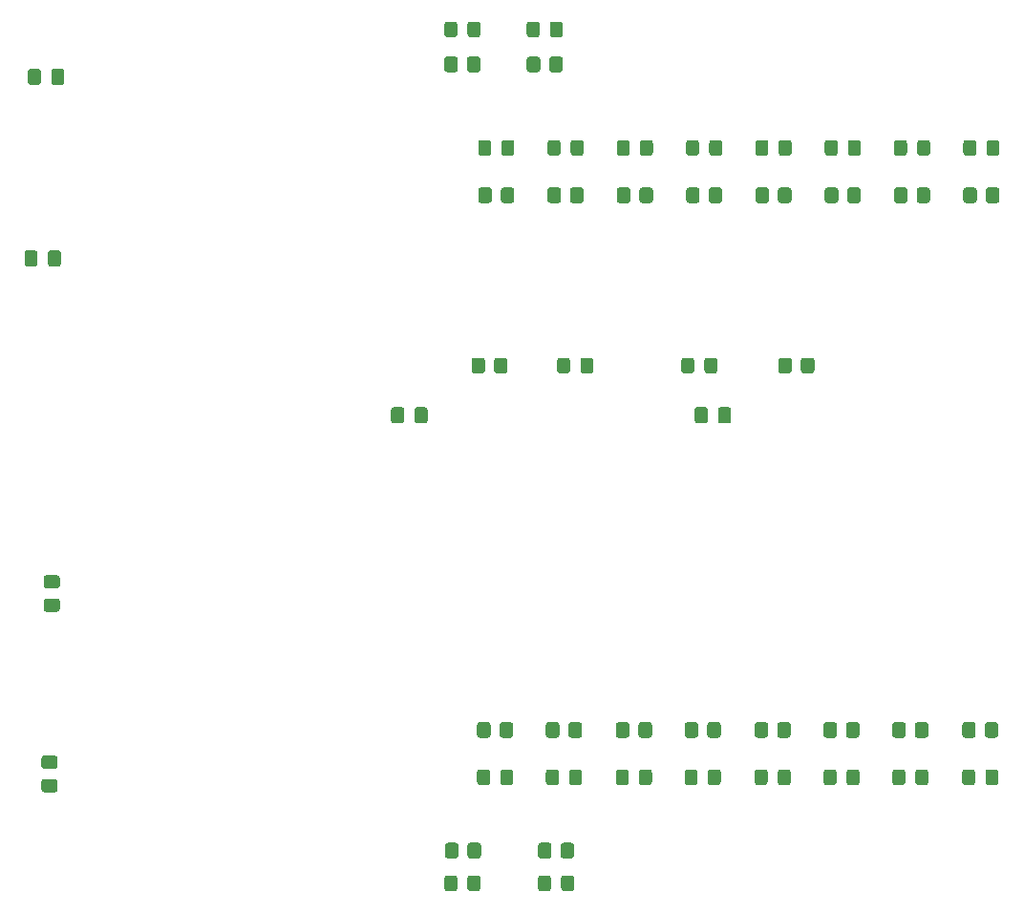
<source format=gtp>
G04 #@! TF.GenerationSoftware,KiCad,Pcbnew,(5.1.9)-1*
G04 #@! TF.CreationDate,2022-07-23T11:33:05-04:00*
G04 #@! TF.ProjectId,xy-register,78792d72-6567-4697-9374-65722e6b6963,2.0*
G04 #@! TF.SameCoordinates,Original*
G04 #@! TF.FileFunction,Paste,Top*
G04 #@! TF.FilePolarity,Positive*
%FSLAX46Y46*%
G04 Gerber Fmt 4.6, Leading zero omitted, Abs format (unit mm)*
G04 Created by KiCad (PCBNEW (5.1.9)-1) date 2022-07-23 11:33:05*
%MOMM*%
%LPD*%
G01*
G04 APERTURE LIST*
G04 APERTURE END LIST*
G36*
G01*
X145100000Y-125850001D02*
X145100000Y-124949999D01*
G75*
G02*
X145349999Y-124700000I249999J0D01*
G01*
X146050001Y-124700000D01*
G75*
G02*
X146300000Y-124949999I0J-249999D01*
G01*
X146300000Y-125850001D01*
G75*
G02*
X146050001Y-126100000I-249999J0D01*
G01*
X145349999Y-126100000D01*
G75*
G02*
X145100000Y-125850001I0J249999D01*
G01*
G37*
G36*
G01*
X143100000Y-125850001D02*
X143100000Y-124949999D01*
G75*
G02*
X143349999Y-124700000I249999J0D01*
G01*
X144050001Y-124700000D01*
G75*
G02*
X144300000Y-124949999I0J-249999D01*
G01*
X144300000Y-125850001D01*
G75*
G02*
X144050001Y-126100000I-249999J0D01*
G01*
X143349999Y-126100000D01*
G75*
G02*
X143100000Y-125850001I0J249999D01*
G01*
G37*
G36*
G01*
X136850000Y-125850001D02*
X136850000Y-124949999D01*
G75*
G02*
X137099999Y-124700000I249999J0D01*
G01*
X137800001Y-124700000D01*
G75*
G02*
X138050000Y-124949999I0J-249999D01*
G01*
X138050000Y-125850001D01*
G75*
G02*
X137800001Y-126100000I-249999J0D01*
G01*
X137099999Y-126100000D01*
G75*
G02*
X136850000Y-125850001I0J249999D01*
G01*
G37*
G36*
G01*
X134850000Y-125850001D02*
X134850000Y-124949999D01*
G75*
G02*
X135099999Y-124700000I249999J0D01*
G01*
X135800001Y-124700000D01*
G75*
G02*
X136050000Y-124949999I0J-249999D01*
G01*
X136050000Y-125850001D01*
G75*
G02*
X135800001Y-126100000I-249999J0D01*
G01*
X135099999Y-126100000D01*
G75*
G02*
X134850000Y-125850001I0J249999D01*
G01*
G37*
G36*
G01*
X145150000Y-128750001D02*
X145150000Y-127849999D01*
G75*
G02*
X145399999Y-127600000I249999J0D01*
G01*
X146050001Y-127600000D01*
G75*
G02*
X146300000Y-127849999I0J-249999D01*
G01*
X146300000Y-128750001D01*
G75*
G02*
X146050001Y-129000000I-249999J0D01*
G01*
X145399999Y-129000000D01*
G75*
G02*
X145150000Y-128750001I0J249999D01*
G01*
G37*
G36*
G01*
X143100000Y-128750001D02*
X143100000Y-127849999D01*
G75*
G02*
X143349999Y-127600000I249999J0D01*
G01*
X144000001Y-127600000D01*
G75*
G02*
X144250000Y-127849999I0J-249999D01*
G01*
X144250000Y-128750001D01*
G75*
G02*
X144000001Y-129000000I-249999J0D01*
G01*
X143349999Y-129000000D01*
G75*
G02*
X143100000Y-128750001I0J249999D01*
G01*
G37*
G36*
G01*
X136850000Y-128750001D02*
X136850000Y-127849999D01*
G75*
G02*
X137099999Y-127600000I249999J0D01*
G01*
X137750001Y-127600000D01*
G75*
G02*
X138000000Y-127849999I0J-249999D01*
G01*
X138000000Y-128750001D01*
G75*
G02*
X137750001Y-129000000I-249999J0D01*
G01*
X137099999Y-129000000D01*
G75*
G02*
X136850000Y-128750001I0J249999D01*
G01*
G37*
G36*
G01*
X134800000Y-128750001D02*
X134800000Y-127849999D01*
G75*
G02*
X135049999Y-127600000I249999J0D01*
G01*
X135700001Y-127600000D01*
G75*
G02*
X135950000Y-127849999I0J-249999D01*
G01*
X135950000Y-128750001D01*
G75*
G02*
X135700001Y-129000000I-249999J0D01*
G01*
X135049999Y-129000000D01*
G75*
G02*
X134800000Y-128750001I0J249999D01*
G01*
G37*
G36*
G01*
X143300000Y-55249999D02*
X143300000Y-56150001D01*
G75*
G02*
X143050001Y-56400000I-249999J0D01*
G01*
X142349999Y-56400000D01*
G75*
G02*
X142100000Y-56150001I0J249999D01*
G01*
X142100000Y-55249999D01*
G75*
G02*
X142349999Y-55000000I249999J0D01*
G01*
X143050001Y-55000000D01*
G75*
G02*
X143300000Y-55249999I0J-249999D01*
G01*
G37*
G36*
G01*
X145300000Y-55249999D02*
X145300000Y-56150001D01*
G75*
G02*
X145050001Y-56400000I-249999J0D01*
G01*
X144349999Y-56400000D01*
G75*
G02*
X144100000Y-56150001I0J249999D01*
G01*
X144100000Y-55249999D01*
G75*
G02*
X144349999Y-55000000I249999J0D01*
G01*
X145050001Y-55000000D01*
G75*
G02*
X145300000Y-55249999I0J-249999D01*
G01*
G37*
G36*
G01*
X136800000Y-56150001D02*
X136800000Y-55249999D01*
G75*
G02*
X137049999Y-55000000I249999J0D01*
G01*
X137750001Y-55000000D01*
G75*
G02*
X138000000Y-55249999I0J-249999D01*
G01*
X138000000Y-56150001D01*
G75*
G02*
X137750001Y-56400000I-249999J0D01*
G01*
X137049999Y-56400000D01*
G75*
G02*
X136800000Y-56150001I0J249999D01*
G01*
G37*
G36*
G01*
X134800000Y-56150001D02*
X134800000Y-55249999D01*
G75*
G02*
X135049999Y-55000000I249999J0D01*
G01*
X135750001Y-55000000D01*
G75*
G02*
X136000000Y-55249999I0J-249999D01*
G01*
X136000000Y-56150001D01*
G75*
G02*
X135750001Y-56400000I-249999J0D01*
G01*
X135049999Y-56400000D01*
G75*
G02*
X134800000Y-56150001I0J249999D01*
G01*
G37*
G36*
G01*
X139700000Y-115150001D02*
X139700000Y-114249999D01*
G75*
G02*
X139949999Y-114000000I249999J0D01*
G01*
X140650001Y-114000000D01*
G75*
G02*
X140900000Y-114249999I0J-249999D01*
G01*
X140900000Y-115150001D01*
G75*
G02*
X140650001Y-115400000I-249999J0D01*
G01*
X139949999Y-115400000D01*
G75*
G02*
X139700000Y-115150001I0J249999D01*
G01*
G37*
G36*
G01*
X137700000Y-115150001D02*
X137700000Y-114249999D01*
G75*
G02*
X137949999Y-114000000I249999J0D01*
G01*
X138650001Y-114000000D01*
G75*
G02*
X138900000Y-114249999I0J-249999D01*
G01*
X138900000Y-115150001D01*
G75*
G02*
X138650001Y-115400000I-249999J0D01*
G01*
X137949999Y-115400000D01*
G75*
G02*
X137700000Y-115150001I0J249999D01*
G01*
G37*
G36*
G01*
X145800000Y-115150001D02*
X145800000Y-114249999D01*
G75*
G02*
X146049999Y-114000000I249999J0D01*
G01*
X146750001Y-114000000D01*
G75*
G02*
X147000000Y-114249999I0J-249999D01*
G01*
X147000000Y-115150001D01*
G75*
G02*
X146750001Y-115400000I-249999J0D01*
G01*
X146049999Y-115400000D01*
G75*
G02*
X145800000Y-115150001I0J249999D01*
G01*
G37*
G36*
G01*
X143800000Y-115150001D02*
X143800000Y-114249999D01*
G75*
G02*
X144049999Y-114000000I249999J0D01*
G01*
X144750001Y-114000000D01*
G75*
G02*
X145000000Y-114249999I0J-249999D01*
G01*
X145000000Y-115150001D01*
G75*
G02*
X144750001Y-115400000I-249999J0D01*
G01*
X144049999Y-115400000D01*
G75*
G02*
X143800000Y-115150001I0J249999D01*
G01*
G37*
G36*
G01*
X152000000Y-115150001D02*
X152000000Y-114249999D01*
G75*
G02*
X152249999Y-114000000I249999J0D01*
G01*
X152950001Y-114000000D01*
G75*
G02*
X153200000Y-114249999I0J-249999D01*
G01*
X153200000Y-115150001D01*
G75*
G02*
X152950001Y-115400000I-249999J0D01*
G01*
X152249999Y-115400000D01*
G75*
G02*
X152000000Y-115150001I0J249999D01*
G01*
G37*
G36*
G01*
X150000000Y-115150001D02*
X150000000Y-114249999D01*
G75*
G02*
X150249999Y-114000000I249999J0D01*
G01*
X150950001Y-114000000D01*
G75*
G02*
X151200000Y-114249999I0J-249999D01*
G01*
X151200000Y-115150001D01*
G75*
G02*
X150950001Y-115400000I-249999J0D01*
G01*
X150249999Y-115400000D01*
G75*
G02*
X150000000Y-115150001I0J249999D01*
G01*
G37*
G36*
G01*
X158100000Y-115150001D02*
X158100000Y-114249999D01*
G75*
G02*
X158349999Y-114000000I249999J0D01*
G01*
X159050001Y-114000000D01*
G75*
G02*
X159300000Y-114249999I0J-249999D01*
G01*
X159300000Y-115150001D01*
G75*
G02*
X159050001Y-115400000I-249999J0D01*
G01*
X158349999Y-115400000D01*
G75*
G02*
X158100000Y-115150001I0J249999D01*
G01*
G37*
G36*
G01*
X156100000Y-115150001D02*
X156100000Y-114249999D01*
G75*
G02*
X156349999Y-114000000I249999J0D01*
G01*
X157050001Y-114000000D01*
G75*
G02*
X157300000Y-114249999I0J-249999D01*
G01*
X157300000Y-115150001D01*
G75*
G02*
X157050001Y-115400000I-249999J0D01*
G01*
X156349999Y-115400000D01*
G75*
G02*
X156100000Y-115150001I0J249999D01*
G01*
G37*
G36*
G01*
X164300000Y-115150001D02*
X164300000Y-114249999D01*
G75*
G02*
X164549999Y-114000000I249999J0D01*
G01*
X165250001Y-114000000D01*
G75*
G02*
X165500000Y-114249999I0J-249999D01*
G01*
X165500000Y-115150001D01*
G75*
G02*
X165250001Y-115400000I-249999J0D01*
G01*
X164549999Y-115400000D01*
G75*
G02*
X164300000Y-115150001I0J249999D01*
G01*
G37*
G36*
G01*
X162300000Y-115150001D02*
X162300000Y-114249999D01*
G75*
G02*
X162549999Y-114000000I249999J0D01*
G01*
X163250001Y-114000000D01*
G75*
G02*
X163500000Y-114249999I0J-249999D01*
G01*
X163500000Y-115150001D01*
G75*
G02*
X163250001Y-115400000I-249999J0D01*
G01*
X162549999Y-115400000D01*
G75*
G02*
X162300000Y-115150001I0J249999D01*
G01*
G37*
G36*
G01*
X170400000Y-115150001D02*
X170400000Y-114249999D01*
G75*
G02*
X170649999Y-114000000I249999J0D01*
G01*
X171350001Y-114000000D01*
G75*
G02*
X171600000Y-114249999I0J-249999D01*
G01*
X171600000Y-115150001D01*
G75*
G02*
X171350001Y-115400000I-249999J0D01*
G01*
X170649999Y-115400000D01*
G75*
G02*
X170400000Y-115150001I0J249999D01*
G01*
G37*
G36*
G01*
X168400000Y-115150001D02*
X168400000Y-114249999D01*
G75*
G02*
X168649999Y-114000000I249999J0D01*
G01*
X169350001Y-114000000D01*
G75*
G02*
X169600000Y-114249999I0J-249999D01*
G01*
X169600000Y-115150001D01*
G75*
G02*
X169350001Y-115400000I-249999J0D01*
G01*
X168649999Y-115400000D01*
G75*
G02*
X168400000Y-115150001I0J249999D01*
G01*
G37*
G36*
G01*
X176500000Y-115150001D02*
X176500000Y-114249999D01*
G75*
G02*
X176749999Y-114000000I249999J0D01*
G01*
X177450001Y-114000000D01*
G75*
G02*
X177700000Y-114249999I0J-249999D01*
G01*
X177700000Y-115150001D01*
G75*
G02*
X177450001Y-115400000I-249999J0D01*
G01*
X176749999Y-115400000D01*
G75*
G02*
X176500000Y-115150001I0J249999D01*
G01*
G37*
G36*
G01*
X174500000Y-115150001D02*
X174500000Y-114249999D01*
G75*
G02*
X174749999Y-114000000I249999J0D01*
G01*
X175450001Y-114000000D01*
G75*
G02*
X175700000Y-114249999I0J-249999D01*
G01*
X175700000Y-115150001D01*
G75*
G02*
X175450001Y-115400000I-249999J0D01*
G01*
X174749999Y-115400000D01*
G75*
G02*
X174500000Y-115150001I0J249999D01*
G01*
G37*
G36*
G01*
X182700000Y-115150001D02*
X182700000Y-114249999D01*
G75*
G02*
X182949999Y-114000000I249999J0D01*
G01*
X183650001Y-114000000D01*
G75*
G02*
X183900000Y-114249999I0J-249999D01*
G01*
X183900000Y-115150001D01*
G75*
G02*
X183650001Y-115400000I-249999J0D01*
G01*
X182949999Y-115400000D01*
G75*
G02*
X182700000Y-115150001I0J249999D01*
G01*
G37*
G36*
G01*
X180700000Y-115150001D02*
X180700000Y-114249999D01*
G75*
G02*
X180949999Y-114000000I249999J0D01*
G01*
X181650001Y-114000000D01*
G75*
G02*
X181900000Y-114249999I0J-249999D01*
G01*
X181900000Y-115150001D01*
G75*
G02*
X181650001Y-115400000I-249999J0D01*
G01*
X180949999Y-115400000D01*
G75*
G02*
X180700000Y-115150001I0J249999D01*
G01*
G37*
G36*
G01*
X144150000Y-53050001D02*
X144150000Y-52149999D01*
G75*
G02*
X144399999Y-51900000I249999J0D01*
G01*
X145050001Y-51900000D01*
G75*
G02*
X145300000Y-52149999I0J-249999D01*
G01*
X145300000Y-53050001D01*
G75*
G02*
X145050001Y-53300000I-249999J0D01*
G01*
X144399999Y-53300000D01*
G75*
G02*
X144150000Y-53050001I0J249999D01*
G01*
G37*
G36*
G01*
X142100000Y-53050001D02*
X142100000Y-52149999D01*
G75*
G02*
X142349999Y-51900000I249999J0D01*
G01*
X143000001Y-51900000D01*
G75*
G02*
X143250000Y-52149999I0J-249999D01*
G01*
X143250000Y-53050001D01*
G75*
G02*
X143000001Y-53300000I-249999J0D01*
G01*
X142349999Y-53300000D01*
G75*
G02*
X142100000Y-53050001I0J249999D01*
G01*
G37*
G36*
G01*
X136850000Y-53050001D02*
X136850000Y-52149999D01*
G75*
G02*
X137099999Y-51900000I249999J0D01*
G01*
X137750001Y-51900000D01*
G75*
G02*
X138000000Y-52149999I0J-249999D01*
G01*
X138000000Y-53050001D01*
G75*
G02*
X137750001Y-53300000I-249999J0D01*
G01*
X137099999Y-53300000D01*
G75*
G02*
X136850000Y-53050001I0J249999D01*
G01*
G37*
G36*
G01*
X134800000Y-53050001D02*
X134800000Y-52149999D01*
G75*
G02*
X135049999Y-51900000I249999J0D01*
G01*
X135700001Y-51900000D01*
G75*
G02*
X135950000Y-52149999I0J-249999D01*
G01*
X135950000Y-53050001D01*
G75*
G02*
X135700001Y-53300000I-249999J0D01*
G01*
X135049999Y-53300000D01*
G75*
G02*
X134800000Y-53050001I0J249999D01*
G01*
G37*
G36*
G01*
X138850000Y-118449999D02*
X138850000Y-119350001D01*
G75*
G02*
X138600001Y-119600000I-249999J0D01*
G01*
X137949999Y-119600000D01*
G75*
G02*
X137700000Y-119350001I0J249999D01*
G01*
X137700000Y-118449999D01*
G75*
G02*
X137949999Y-118200000I249999J0D01*
G01*
X138600001Y-118200000D01*
G75*
G02*
X138850000Y-118449999I0J-249999D01*
G01*
G37*
G36*
G01*
X140900000Y-118449999D02*
X140900000Y-119350001D01*
G75*
G02*
X140650001Y-119600000I-249999J0D01*
G01*
X139999999Y-119600000D01*
G75*
G02*
X139750000Y-119350001I0J249999D01*
G01*
X139750000Y-118449999D01*
G75*
G02*
X139999999Y-118200000I249999J0D01*
G01*
X140650001Y-118200000D01*
G75*
G02*
X140900000Y-118449999I0J-249999D01*
G01*
G37*
G36*
G01*
X144950000Y-118449999D02*
X144950000Y-119350001D01*
G75*
G02*
X144700001Y-119600000I-249999J0D01*
G01*
X144049999Y-119600000D01*
G75*
G02*
X143800000Y-119350001I0J249999D01*
G01*
X143800000Y-118449999D01*
G75*
G02*
X144049999Y-118200000I249999J0D01*
G01*
X144700001Y-118200000D01*
G75*
G02*
X144950000Y-118449999I0J-249999D01*
G01*
G37*
G36*
G01*
X147000000Y-118449999D02*
X147000000Y-119350001D01*
G75*
G02*
X146750001Y-119600000I-249999J0D01*
G01*
X146099999Y-119600000D01*
G75*
G02*
X145850000Y-119350001I0J249999D01*
G01*
X145850000Y-118449999D01*
G75*
G02*
X146099999Y-118200000I249999J0D01*
G01*
X146750001Y-118200000D01*
G75*
G02*
X147000000Y-118449999I0J-249999D01*
G01*
G37*
G36*
G01*
X151150000Y-118449999D02*
X151150000Y-119350001D01*
G75*
G02*
X150900001Y-119600000I-249999J0D01*
G01*
X150249999Y-119600000D01*
G75*
G02*
X150000000Y-119350001I0J249999D01*
G01*
X150000000Y-118449999D01*
G75*
G02*
X150249999Y-118200000I249999J0D01*
G01*
X150900001Y-118200000D01*
G75*
G02*
X151150000Y-118449999I0J-249999D01*
G01*
G37*
G36*
G01*
X153200000Y-118449999D02*
X153200000Y-119350001D01*
G75*
G02*
X152950001Y-119600000I-249999J0D01*
G01*
X152299999Y-119600000D01*
G75*
G02*
X152050000Y-119350001I0J249999D01*
G01*
X152050000Y-118449999D01*
G75*
G02*
X152299999Y-118200000I249999J0D01*
G01*
X152950001Y-118200000D01*
G75*
G02*
X153200000Y-118449999I0J-249999D01*
G01*
G37*
G36*
G01*
X157250000Y-118449999D02*
X157250000Y-119350001D01*
G75*
G02*
X157000001Y-119600000I-249999J0D01*
G01*
X156349999Y-119600000D01*
G75*
G02*
X156100000Y-119350001I0J249999D01*
G01*
X156100000Y-118449999D01*
G75*
G02*
X156349999Y-118200000I249999J0D01*
G01*
X157000001Y-118200000D01*
G75*
G02*
X157250000Y-118449999I0J-249999D01*
G01*
G37*
G36*
G01*
X159300000Y-118449999D02*
X159300000Y-119350001D01*
G75*
G02*
X159050001Y-119600000I-249999J0D01*
G01*
X158399999Y-119600000D01*
G75*
G02*
X158150000Y-119350001I0J249999D01*
G01*
X158150000Y-118449999D01*
G75*
G02*
X158399999Y-118200000I249999J0D01*
G01*
X159050001Y-118200000D01*
G75*
G02*
X159300000Y-118449999I0J-249999D01*
G01*
G37*
G36*
G01*
X163450000Y-118449999D02*
X163450000Y-119350001D01*
G75*
G02*
X163200001Y-119600000I-249999J0D01*
G01*
X162549999Y-119600000D01*
G75*
G02*
X162300000Y-119350001I0J249999D01*
G01*
X162300000Y-118449999D01*
G75*
G02*
X162549999Y-118200000I249999J0D01*
G01*
X163200001Y-118200000D01*
G75*
G02*
X163450000Y-118449999I0J-249999D01*
G01*
G37*
G36*
G01*
X165500000Y-118449999D02*
X165500000Y-119350001D01*
G75*
G02*
X165250001Y-119600000I-249999J0D01*
G01*
X164599999Y-119600000D01*
G75*
G02*
X164350000Y-119350001I0J249999D01*
G01*
X164350000Y-118449999D01*
G75*
G02*
X164599999Y-118200000I249999J0D01*
G01*
X165250001Y-118200000D01*
G75*
G02*
X165500000Y-118449999I0J-249999D01*
G01*
G37*
G36*
G01*
X169550000Y-118449999D02*
X169550000Y-119350001D01*
G75*
G02*
X169300001Y-119600000I-249999J0D01*
G01*
X168649999Y-119600000D01*
G75*
G02*
X168400000Y-119350001I0J249999D01*
G01*
X168400000Y-118449999D01*
G75*
G02*
X168649999Y-118200000I249999J0D01*
G01*
X169300001Y-118200000D01*
G75*
G02*
X169550000Y-118449999I0J-249999D01*
G01*
G37*
G36*
G01*
X171600000Y-118449999D02*
X171600000Y-119350001D01*
G75*
G02*
X171350001Y-119600000I-249999J0D01*
G01*
X170699999Y-119600000D01*
G75*
G02*
X170450000Y-119350001I0J249999D01*
G01*
X170450000Y-118449999D01*
G75*
G02*
X170699999Y-118200000I249999J0D01*
G01*
X171350001Y-118200000D01*
G75*
G02*
X171600000Y-118449999I0J-249999D01*
G01*
G37*
G36*
G01*
X175650000Y-118449999D02*
X175650000Y-119350001D01*
G75*
G02*
X175400001Y-119600000I-249999J0D01*
G01*
X174749999Y-119600000D01*
G75*
G02*
X174500000Y-119350001I0J249999D01*
G01*
X174500000Y-118449999D01*
G75*
G02*
X174749999Y-118200000I249999J0D01*
G01*
X175400001Y-118200000D01*
G75*
G02*
X175650000Y-118449999I0J-249999D01*
G01*
G37*
G36*
G01*
X177700000Y-118449999D02*
X177700000Y-119350001D01*
G75*
G02*
X177450001Y-119600000I-249999J0D01*
G01*
X176799999Y-119600000D01*
G75*
G02*
X176550000Y-119350001I0J249999D01*
G01*
X176550000Y-118449999D01*
G75*
G02*
X176799999Y-118200000I249999J0D01*
G01*
X177450001Y-118200000D01*
G75*
G02*
X177700000Y-118449999I0J-249999D01*
G01*
G37*
G36*
G01*
X181850000Y-118449999D02*
X181850000Y-119350001D01*
G75*
G02*
X181600001Y-119600000I-249999J0D01*
G01*
X180949999Y-119600000D01*
G75*
G02*
X180700000Y-119350001I0J249999D01*
G01*
X180700000Y-118449999D01*
G75*
G02*
X180949999Y-118200000I249999J0D01*
G01*
X181600001Y-118200000D01*
G75*
G02*
X181850000Y-118449999I0J-249999D01*
G01*
G37*
G36*
G01*
X183900000Y-118449999D02*
X183900000Y-119350001D01*
G75*
G02*
X183650001Y-119600000I-249999J0D01*
G01*
X182999999Y-119600000D01*
G75*
G02*
X182750000Y-119350001I0J249999D01*
G01*
X182750000Y-118449999D01*
G75*
G02*
X182999999Y-118200000I249999J0D01*
G01*
X183650001Y-118200000D01*
G75*
G02*
X183900000Y-118449999I0J-249999D01*
G01*
G37*
G36*
G01*
X138400000Y-81949999D02*
X138400000Y-82850001D01*
G75*
G02*
X138150001Y-83100000I-249999J0D01*
G01*
X137449999Y-83100000D01*
G75*
G02*
X137200000Y-82850001I0J249999D01*
G01*
X137200000Y-81949999D01*
G75*
G02*
X137449999Y-81700000I249999J0D01*
G01*
X138150001Y-81700000D01*
G75*
G02*
X138400000Y-81949999I0J-249999D01*
G01*
G37*
G36*
G01*
X140400000Y-81949999D02*
X140400000Y-82850001D01*
G75*
G02*
X140150001Y-83100000I-249999J0D01*
G01*
X139449999Y-83100000D01*
G75*
G02*
X139200000Y-82850001I0J249999D01*
G01*
X139200000Y-81949999D01*
G75*
G02*
X139449999Y-81700000I249999J0D01*
G01*
X140150001Y-81700000D01*
G75*
G02*
X140400000Y-81949999I0J-249999D01*
G01*
G37*
G36*
G01*
X145950000Y-81949999D02*
X145950000Y-82850001D01*
G75*
G02*
X145700001Y-83100000I-249999J0D01*
G01*
X145049999Y-83100000D01*
G75*
G02*
X144800000Y-82850001I0J249999D01*
G01*
X144800000Y-81949999D01*
G75*
G02*
X145049999Y-81700000I249999J0D01*
G01*
X145700001Y-81700000D01*
G75*
G02*
X145950000Y-81949999I0J-249999D01*
G01*
G37*
G36*
G01*
X148000000Y-81949999D02*
X148000000Y-82850001D01*
G75*
G02*
X147750001Y-83100000I-249999J0D01*
G01*
X147099999Y-83100000D01*
G75*
G02*
X146850000Y-82850001I0J249999D01*
G01*
X146850000Y-81949999D01*
G75*
G02*
X147099999Y-81700000I249999J0D01*
G01*
X147750001Y-81700000D01*
G75*
G02*
X148000000Y-81949999I0J-249999D01*
G01*
G37*
G36*
G01*
X166400000Y-82850001D02*
X166400000Y-81949999D01*
G75*
G02*
X166649999Y-81700000I249999J0D01*
G01*
X167350001Y-81700000D01*
G75*
G02*
X167600000Y-81949999I0J-249999D01*
G01*
X167600000Y-82850001D01*
G75*
G02*
X167350001Y-83100000I-249999J0D01*
G01*
X166649999Y-83100000D01*
G75*
G02*
X166400000Y-82850001I0J249999D01*
G01*
G37*
G36*
G01*
X164400000Y-82850001D02*
X164400000Y-81949999D01*
G75*
G02*
X164649999Y-81700000I249999J0D01*
G01*
X165350001Y-81700000D01*
G75*
G02*
X165600000Y-81949999I0J-249999D01*
G01*
X165600000Y-82850001D01*
G75*
G02*
X165350001Y-83100000I-249999J0D01*
G01*
X164649999Y-83100000D01*
G75*
G02*
X164400000Y-82850001I0J249999D01*
G01*
G37*
G36*
G01*
X156950000Y-81949999D02*
X156950000Y-82850001D01*
G75*
G02*
X156700001Y-83100000I-249999J0D01*
G01*
X156049999Y-83100000D01*
G75*
G02*
X155800000Y-82850001I0J249999D01*
G01*
X155800000Y-81949999D01*
G75*
G02*
X156049999Y-81700000I249999J0D01*
G01*
X156700001Y-81700000D01*
G75*
G02*
X156950000Y-81949999I0J-249999D01*
G01*
G37*
G36*
G01*
X159000000Y-81949999D02*
X159000000Y-82850001D01*
G75*
G02*
X158750001Y-83100000I-249999J0D01*
G01*
X158099999Y-83100000D01*
G75*
G02*
X157850000Y-82850001I0J249999D01*
G01*
X157850000Y-81949999D01*
G75*
G02*
X158099999Y-81700000I249999J0D01*
G01*
X158750001Y-81700000D01*
G75*
G02*
X159000000Y-81949999I0J-249999D01*
G01*
G37*
G36*
G01*
X100275000Y-118150000D02*
X99325000Y-118150000D01*
G75*
G02*
X99075000Y-117900000I0J250000D01*
G01*
X99075000Y-117225000D01*
G75*
G02*
X99325000Y-116975000I250000J0D01*
G01*
X100275000Y-116975000D01*
G75*
G02*
X100525000Y-117225000I0J-250000D01*
G01*
X100525000Y-117900000D01*
G75*
G02*
X100275000Y-118150000I-250000J0D01*
G01*
G37*
G36*
G01*
X100275000Y-120225000D02*
X99325000Y-120225000D01*
G75*
G02*
X99075000Y-119975000I0J250000D01*
G01*
X99075000Y-119300000D01*
G75*
G02*
X99325000Y-119050000I250000J0D01*
G01*
X100275000Y-119050000D01*
G75*
G02*
X100525000Y-119300000I0J-250000D01*
G01*
X100525000Y-119975000D01*
G75*
G02*
X100275000Y-120225000I-250000J0D01*
G01*
G37*
G36*
G01*
X100475000Y-102150000D02*
X99525000Y-102150000D01*
G75*
G02*
X99275000Y-101900000I0J250000D01*
G01*
X99275000Y-101225000D01*
G75*
G02*
X99525000Y-100975000I250000J0D01*
G01*
X100475000Y-100975000D01*
G75*
G02*
X100725000Y-101225000I0J-250000D01*
G01*
X100725000Y-101900000D01*
G75*
G02*
X100475000Y-102150000I-250000J0D01*
G01*
G37*
G36*
G01*
X100475000Y-104225000D02*
X99525000Y-104225000D01*
G75*
G02*
X99275000Y-103975000I0J250000D01*
G01*
X99275000Y-103300000D01*
G75*
G02*
X99525000Y-103050000I250000J0D01*
G01*
X100475000Y-103050000D01*
G75*
G02*
X100725000Y-103300000I0J-250000D01*
G01*
X100725000Y-103975000D01*
G75*
G02*
X100475000Y-104225000I-250000J0D01*
G01*
G37*
G36*
G01*
X99950000Y-57275000D02*
X99950000Y-56325000D01*
G75*
G02*
X100200000Y-56075000I250000J0D01*
G01*
X100875000Y-56075000D01*
G75*
G02*
X101125000Y-56325000I0J-250000D01*
G01*
X101125000Y-57275000D01*
G75*
G02*
X100875000Y-57525000I-250000J0D01*
G01*
X100200000Y-57525000D01*
G75*
G02*
X99950000Y-57275000I0J250000D01*
G01*
G37*
G36*
G01*
X97875000Y-57275000D02*
X97875000Y-56325000D01*
G75*
G02*
X98125000Y-56075000I250000J0D01*
G01*
X98800000Y-56075000D01*
G75*
G02*
X99050000Y-56325000I0J-250000D01*
G01*
X99050000Y-57275000D01*
G75*
G02*
X98800000Y-57525000I-250000J0D01*
G01*
X98125000Y-57525000D01*
G75*
G02*
X97875000Y-57275000I0J250000D01*
G01*
G37*
G36*
G01*
X99650000Y-73375000D02*
X99650000Y-72425000D01*
G75*
G02*
X99900000Y-72175000I250000J0D01*
G01*
X100575000Y-72175000D01*
G75*
G02*
X100825000Y-72425000I0J-250000D01*
G01*
X100825000Y-73375000D01*
G75*
G02*
X100575000Y-73625000I-250000J0D01*
G01*
X99900000Y-73625000D01*
G75*
G02*
X99650000Y-73375000I0J250000D01*
G01*
G37*
G36*
G01*
X97575000Y-73375000D02*
X97575000Y-72425000D01*
G75*
G02*
X97825000Y-72175000I250000J0D01*
G01*
X98500000Y-72175000D01*
G75*
G02*
X98750000Y-72425000I0J-250000D01*
G01*
X98750000Y-73375000D01*
G75*
G02*
X98500000Y-73625000I-250000J0D01*
G01*
X97825000Y-73625000D01*
G75*
G02*
X97575000Y-73375000I0J250000D01*
G01*
G37*
G36*
G01*
X159050000Y-87275000D02*
X159050000Y-86325000D01*
G75*
G02*
X159300000Y-86075000I250000J0D01*
G01*
X159975000Y-86075000D01*
G75*
G02*
X160225000Y-86325000I0J-250000D01*
G01*
X160225000Y-87275000D01*
G75*
G02*
X159975000Y-87525000I-250000J0D01*
G01*
X159300000Y-87525000D01*
G75*
G02*
X159050000Y-87275000I0J250000D01*
G01*
G37*
G36*
G01*
X156975000Y-87275000D02*
X156975000Y-86325000D01*
G75*
G02*
X157225000Y-86075000I250000J0D01*
G01*
X157900000Y-86075000D01*
G75*
G02*
X158150000Y-86325000I0J-250000D01*
G01*
X158150000Y-87275000D01*
G75*
G02*
X157900000Y-87525000I-250000J0D01*
G01*
X157225000Y-87525000D01*
G75*
G02*
X156975000Y-87275000I0J250000D01*
G01*
G37*
G36*
G01*
X132150000Y-87275000D02*
X132150000Y-86325000D01*
G75*
G02*
X132400000Y-86075000I250000J0D01*
G01*
X133075000Y-86075000D01*
G75*
G02*
X133325000Y-86325000I0J-250000D01*
G01*
X133325000Y-87275000D01*
G75*
G02*
X133075000Y-87525000I-250000J0D01*
G01*
X132400000Y-87525000D01*
G75*
G02*
X132150000Y-87275000I0J250000D01*
G01*
G37*
G36*
G01*
X130075000Y-87275000D02*
X130075000Y-86325000D01*
G75*
G02*
X130325000Y-86075000I250000J0D01*
G01*
X131000000Y-86075000D01*
G75*
G02*
X131250000Y-86325000I0J-250000D01*
G01*
X131250000Y-87275000D01*
G75*
G02*
X131000000Y-87525000I-250000J0D01*
G01*
X130325000Y-87525000D01*
G75*
G02*
X130075000Y-87275000I0J250000D01*
G01*
G37*
G36*
G01*
X139800000Y-67750001D02*
X139800000Y-66849999D01*
G75*
G02*
X140049999Y-66600000I249999J0D01*
G01*
X140750001Y-66600000D01*
G75*
G02*
X141000000Y-66849999I0J-249999D01*
G01*
X141000000Y-67750001D01*
G75*
G02*
X140750001Y-68000000I-249999J0D01*
G01*
X140049999Y-68000000D01*
G75*
G02*
X139800000Y-67750001I0J249999D01*
G01*
G37*
G36*
G01*
X137800000Y-67750001D02*
X137800000Y-66849999D01*
G75*
G02*
X138049999Y-66600000I249999J0D01*
G01*
X138750001Y-66600000D01*
G75*
G02*
X139000000Y-66849999I0J-249999D01*
G01*
X139000000Y-67750001D01*
G75*
G02*
X138750001Y-68000000I-249999J0D01*
G01*
X138049999Y-68000000D01*
G75*
G02*
X137800000Y-67750001I0J249999D01*
G01*
G37*
G36*
G01*
X145942857Y-67750001D02*
X145942857Y-66849999D01*
G75*
G02*
X146192856Y-66600000I249999J0D01*
G01*
X146892858Y-66600000D01*
G75*
G02*
X147142857Y-66849999I0J-249999D01*
G01*
X147142857Y-67750001D01*
G75*
G02*
X146892858Y-68000000I-249999J0D01*
G01*
X146192856Y-68000000D01*
G75*
G02*
X145942857Y-67750001I0J249999D01*
G01*
G37*
G36*
G01*
X143942857Y-67750001D02*
X143942857Y-66849999D01*
G75*
G02*
X144192856Y-66600000I249999J0D01*
G01*
X144892858Y-66600000D01*
G75*
G02*
X145142857Y-66849999I0J-249999D01*
G01*
X145142857Y-67750001D01*
G75*
G02*
X144892858Y-68000000I-249999J0D01*
G01*
X144192856Y-68000000D01*
G75*
G02*
X143942857Y-67750001I0J249999D01*
G01*
G37*
G36*
G01*
X152085714Y-67750001D02*
X152085714Y-66849999D01*
G75*
G02*
X152335713Y-66600000I249999J0D01*
G01*
X153035715Y-66600000D01*
G75*
G02*
X153285714Y-66849999I0J-249999D01*
G01*
X153285714Y-67750001D01*
G75*
G02*
X153035715Y-68000000I-249999J0D01*
G01*
X152335713Y-68000000D01*
G75*
G02*
X152085714Y-67750001I0J249999D01*
G01*
G37*
G36*
G01*
X150085714Y-67750001D02*
X150085714Y-66849999D01*
G75*
G02*
X150335713Y-66600000I249999J0D01*
G01*
X151035715Y-66600000D01*
G75*
G02*
X151285714Y-66849999I0J-249999D01*
G01*
X151285714Y-67750001D01*
G75*
G02*
X151035715Y-68000000I-249999J0D01*
G01*
X150335713Y-68000000D01*
G75*
G02*
X150085714Y-67750001I0J249999D01*
G01*
G37*
G36*
G01*
X158228571Y-67750001D02*
X158228571Y-66849999D01*
G75*
G02*
X158478570Y-66600000I249999J0D01*
G01*
X159178572Y-66600000D01*
G75*
G02*
X159428571Y-66849999I0J-249999D01*
G01*
X159428571Y-67750001D01*
G75*
G02*
X159178572Y-68000000I-249999J0D01*
G01*
X158478570Y-68000000D01*
G75*
G02*
X158228571Y-67750001I0J249999D01*
G01*
G37*
G36*
G01*
X156228571Y-67750001D02*
X156228571Y-66849999D01*
G75*
G02*
X156478570Y-66600000I249999J0D01*
G01*
X157178572Y-66600000D01*
G75*
G02*
X157428571Y-66849999I0J-249999D01*
G01*
X157428571Y-67750001D01*
G75*
G02*
X157178572Y-68000000I-249999J0D01*
G01*
X156478570Y-68000000D01*
G75*
G02*
X156228571Y-67750001I0J249999D01*
G01*
G37*
G36*
G01*
X164371428Y-67750001D02*
X164371428Y-66849999D01*
G75*
G02*
X164621427Y-66600000I249999J0D01*
G01*
X165321429Y-66600000D01*
G75*
G02*
X165571428Y-66849999I0J-249999D01*
G01*
X165571428Y-67750001D01*
G75*
G02*
X165321429Y-68000000I-249999J0D01*
G01*
X164621427Y-68000000D01*
G75*
G02*
X164371428Y-67750001I0J249999D01*
G01*
G37*
G36*
G01*
X162371428Y-67750001D02*
X162371428Y-66849999D01*
G75*
G02*
X162621427Y-66600000I249999J0D01*
G01*
X163321429Y-66600000D01*
G75*
G02*
X163571428Y-66849999I0J-249999D01*
G01*
X163571428Y-67750001D01*
G75*
G02*
X163321429Y-68000000I-249999J0D01*
G01*
X162621427Y-68000000D01*
G75*
G02*
X162371428Y-67750001I0J249999D01*
G01*
G37*
G36*
G01*
X170514285Y-67750001D02*
X170514285Y-66849999D01*
G75*
G02*
X170764284Y-66600000I249999J0D01*
G01*
X171464286Y-66600000D01*
G75*
G02*
X171714285Y-66849999I0J-249999D01*
G01*
X171714285Y-67750001D01*
G75*
G02*
X171464286Y-68000000I-249999J0D01*
G01*
X170764284Y-68000000D01*
G75*
G02*
X170514285Y-67750001I0J249999D01*
G01*
G37*
G36*
G01*
X168514285Y-67750001D02*
X168514285Y-66849999D01*
G75*
G02*
X168764284Y-66600000I249999J0D01*
G01*
X169464286Y-66600000D01*
G75*
G02*
X169714285Y-66849999I0J-249999D01*
G01*
X169714285Y-67750001D01*
G75*
G02*
X169464286Y-68000000I-249999J0D01*
G01*
X168764284Y-68000000D01*
G75*
G02*
X168514285Y-67750001I0J249999D01*
G01*
G37*
G36*
G01*
X176657142Y-67750001D02*
X176657142Y-66849999D01*
G75*
G02*
X176907141Y-66600000I249999J0D01*
G01*
X177607143Y-66600000D01*
G75*
G02*
X177857142Y-66849999I0J-249999D01*
G01*
X177857142Y-67750001D01*
G75*
G02*
X177607143Y-68000000I-249999J0D01*
G01*
X176907141Y-68000000D01*
G75*
G02*
X176657142Y-67750001I0J249999D01*
G01*
G37*
G36*
G01*
X174657142Y-67750001D02*
X174657142Y-66849999D01*
G75*
G02*
X174907141Y-66600000I249999J0D01*
G01*
X175607143Y-66600000D01*
G75*
G02*
X175857142Y-66849999I0J-249999D01*
G01*
X175857142Y-67750001D01*
G75*
G02*
X175607143Y-68000000I-249999J0D01*
G01*
X174907141Y-68000000D01*
G75*
G02*
X174657142Y-67750001I0J249999D01*
G01*
G37*
G36*
G01*
X182800000Y-67750001D02*
X182800000Y-66849999D01*
G75*
G02*
X183049999Y-66600000I249999J0D01*
G01*
X183750001Y-66600000D01*
G75*
G02*
X184000000Y-66849999I0J-249999D01*
G01*
X184000000Y-67750001D01*
G75*
G02*
X183750001Y-68000000I-249999J0D01*
G01*
X183049999Y-68000000D01*
G75*
G02*
X182800000Y-67750001I0J249999D01*
G01*
G37*
G36*
G01*
X180800000Y-67750001D02*
X180800000Y-66849999D01*
G75*
G02*
X181049999Y-66600000I249999J0D01*
G01*
X181750001Y-66600000D01*
G75*
G02*
X182000000Y-66849999I0J-249999D01*
G01*
X182000000Y-67750001D01*
G75*
G02*
X181750001Y-68000000I-249999J0D01*
G01*
X181049999Y-68000000D01*
G75*
G02*
X180800000Y-67750001I0J249999D01*
G01*
G37*
G36*
G01*
X138950000Y-62649999D02*
X138950000Y-63550001D01*
G75*
G02*
X138700001Y-63800000I-249999J0D01*
G01*
X138049999Y-63800000D01*
G75*
G02*
X137800000Y-63550001I0J249999D01*
G01*
X137800000Y-62649999D01*
G75*
G02*
X138049999Y-62400000I249999J0D01*
G01*
X138700001Y-62400000D01*
G75*
G02*
X138950000Y-62649999I0J-249999D01*
G01*
G37*
G36*
G01*
X141000000Y-62649999D02*
X141000000Y-63550001D01*
G75*
G02*
X140750001Y-63800000I-249999J0D01*
G01*
X140099999Y-63800000D01*
G75*
G02*
X139850000Y-63550001I0J249999D01*
G01*
X139850000Y-62649999D01*
G75*
G02*
X140099999Y-62400000I249999J0D01*
G01*
X140750001Y-62400000D01*
G75*
G02*
X141000000Y-62649999I0J-249999D01*
G01*
G37*
G36*
G01*
X145092857Y-62649999D02*
X145092857Y-63550001D01*
G75*
G02*
X144842858Y-63800000I-249999J0D01*
G01*
X144192856Y-63800000D01*
G75*
G02*
X143942857Y-63550001I0J249999D01*
G01*
X143942857Y-62649999D01*
G75*
G02*
X144192856Y-62400000I249999J0D01*
G01*
X144842858Y-62400000D01*
G75*
G02*
X145092857Y-62649999I0J-249999D01*
G01*
G37*
G36*
G01*
X147142857Y-62649999D02*
X147142857Y-63550001D01*
G75*
G02*
X146892858Y-63800000I-249999J0D01*
G01*
X146242856Y-63800000D01*
G75*
G02*
X145992857Y-63550001I0J249999D01*
G01*
X145992857Y-62649999D01*
G75*
G02*
X146242856Y-62400000I249999J0D01*
G01*
X146892858Y-62400000D01*
G75*
G02*
X147142857Y-62649999I0J-249999D01*
G01*
G37*
G36*
G01*
X151235714Y-62649999D02*
X151235714Y-63550001D01*
G75*
G02*
X150985715Y-63800000I-249999J0D01*
G01*
X150335713Y-63800000D01*
G75*
G02*
X150085714Y-63550001I0J249999D01*
G01*
X150085714Y-62649999D01*
G75*
G02*
X150335713Y-62400000I249999J0D01*
G01*
X150985715Y-62400000D01*
G75*
G02*
X151235714Y-62649999I0J-249999D01*
G01*
G37*
G36*
G01*
X153285714Y-62649999D02*
X153285714Y-63550001D01*
G75*
G02*
X153035715Y-63800000I-249999J0D01*
G01*
X152385713Y-63800000D01*
G75*
G02*
X152135714Y-63550001I0J249999D01*
G01*
X152135714Y-62649999D01*
G75*
G02*
X152385713Y-62400000I249999J0D01*
G01*
X153035715Y-62400000D01*
G75*
G02*
X153285714Y-62649999I0J-249999D01*
G01*
G37*
G36*
G01*
X157378571Y-62649999D02*
X157378571Y-63550001D01*
G75*
G02*
X157128572Y-63800000I-249999J0D01*
G01*
X156478570Y-63800000D01*
G75*
G02*
X156228571Y-63550001I0J249999D01*
G01*
X156228571Y-62649999D01*
G75*
G02*
X156478570Y-62400000I249999J0D01*
G01*
X157128572Y-62400000D01*
G75*
G02*
X157378571Y-62649999I0J-249999D01*
G01*
G37*
G36*
G01*
X159428571Y-62649999D02*
X159428571Y-63550001D01*
G75*
G02*
X159178572Y-63800000I-249999J0D01*
G01*
X158528570Y-63800000D01*
G75*
G02*
X158278571Y-63550001I0J249999D01*
G01*
X158278571Y-62649999D01*
G75*
G02*
X158528570Y-62400000I249999J0D01*
G01*
X159178572Y-62400000D01*
G75*
G02*
X159428571Y-62649999I0J-249999D01*
G01*
G37*
G36*
G01*
X163521428Y-62649999D02*
X163521428Y-63550001D01*
G75*
G02*
X163271429Y-63800000I-249999J0D01*
G01*
X162621427Y-63800000D01*
G75*
G02*
X162371428Y-63550001I0J249999D01*
G01*
X162371428Y-62649999D01*
G75*
G02*
X162621427Y-62400000I249999J0D01*
G01*
X163271429Y-62400000D01*
G75*
G02*
X163521428Y-62649999I0J-249999D01*
G01*
G37*
G36*
G01*
X165571428Y-62649999D02*
X165571428Y-63550001D01*
G75*
G02*
X165321429Y-63800000I-249999J0D01*
G01*
X164671427Y-63800000D01*
G75*
G02*
X164421428Y-63550001I0J249999D01*
G01*
X164421428Y-62649999D01*
G75*
G02*
X164671427Y-62400000I249999J0D01*
G01*
X165321429Y-62400000D01*
G75*
G02*
X165571428Y-62649999I0J-249999D01*
G01*
G37*
G36*
G01*
X169664285Y-62649999D02*
X169664285Y-63550001D01*
G75*
G02*
X169414286Y-63800000I-249999J0D01*
G01*
X168764284Y-63800000D01*
G75*
G02*
X168514285Y-63550001I0J249999D01*
G01*
X168514285Y-62649999D01*
G75*
G02*
X168764284Y-62400000I249999J0D01*
G01*
X169414286Y-62400000D01*
G75*
G02*
X169664285Y-62649999I0J-249999D01*
G01*
G37*
G36*
G01*
X171714285Y-62649999D02*
X171714285Y-63550001D01*
G75*
G02*
X171464286Y-63800000I-249999J0D01*
G01*
X170814284Y-63800000D01*
G75*
G02*
X170564285Y-63550001I0J249999D01*
G01*
X170564285Y-62649999D01*
G75*
G02*
X170814284Y-62400000I249999J0D01*
G01*
X171464286Y-62400000D01*
G75*
G02*
X171714285Y-62649999I0J-249999D01*
G01*
G37*
G36*
G01*
X175807142Y-62649999D02*
X175807142Y-63550001D01*
G75*
G02*
X175557143Y-63800000I-249999J0D01*
G01*
X174907141Y-63800000D01*
G75*
G02*
X174657142Y-63550001I0J249999D01*
G01*
X174657142Y-62649999D01*
G75*
G02*
X174907141Y-62400000I249999J0D01*
G01*
X175557143Y-62400000D01*
G75*
G02*
X175807142Y-62649999I0J-249999D01*
G01*
G37*
G36*
G01*
X177857142Y-62649999D02*
X177857142Y-63550001D01*
G75*
G02*
X177607143Y-63800000I-249999J0D01*
G01*
X176957141Y-63800000D01*
G75*
G02*
X176707142Y-63550001I0J249999D01*
G01*
X176707142Y-62649999D01*
G75*
G02*
X176957141Y-62400000I249999J0D01*
G01*
X177607143Y-62400000D01*
G75*
G02*
X177857142Y-62649999I0J-249999D01*
G01*
G37*
G36*
G01*
X181950000Y-62649999D02*
X181950000Y-63550001D01*
G75*
G02*
X181700001Y-63800000I-249999J0D01*
G01*
X181049999Y-63800000D01*
G75*
G02*
X180800000Y-63550001I0J249999D01*
G01*
X180800000Y-62649999D01*
G75*
G02*
X181049999Y-62400000I249999J0D01*
G01*
X181700001Y-62400000D01*
G75*
G02*
X181950000Y-62649999I0J-249999D01*
G01*
G37*
G36*
G01*
X184000000Y-62649999D02*
X184000000Y-63550001D01*
G75*
G02*
X183750001Y-63800000I-249999J0D01*
G01*
X183099999Y-63800000D01*
G75*
G02*
X182850000Y-63550001I0J249999D01*
G01*
X182850000Y-62649999D01*
G75*
G02*
X183099999Y-62400000I249999J0D01*
G01*
X183750001Y-62400000D01*
G75*
G02*
X184000000Y-62649999I0J-249999D01*
G01*
G37*
M02*

</source>
